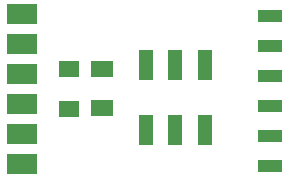
<source format=gbr>
%TF.GenerationSoftware,KiCad,Pcbnew,9.0.0*%
%TF.CreationDate,2025-03-04T01:13:20+05:30*%
%TF.ProjectId,UPDI-FTDI,55504449-2d46-4544-9449-2e6b69636164,rev?*%
%TF.SameCoordinates,Original*%
%TF.FileFunction,Paste,Top*%
%TF.FilePolarity,Positive*%
%FSLAX46Y46*%
G04 Gerber Fmt 4.6, Leading zero omitted, Abs format (unit mm)*
G04 Created by KiCad (PCBNEW 9.0.0) date 2025-03-04 01:13:20*
%MOMM*%
%LPD*%
G01*
G04 APERTURE LIST*
%ADD10R,1.900000X1.400000*%
%ADD11R,1.200000X2.500000*%
%ADD12R,1.700000X1.400000*%
%ADD13R,2.000000X1.000000*%
%ADD14R,2.500000X1.700000*%
G04 APERTURE END LIST*
D10*
%TO.C,D1*%
X113303780Y-48350000D03*
X113303780Y-51650000D03*
%TD*%
D11*
%TO.C,SW1*%
X122000000Y-48000000D03*
X119500000Y-48000000D03*
X117000000Y-48000000D03*
X122000000Y-53500000D03*
X119500000Y-53500000D03*
X117000000Y-53500000D03*
%TD*%
D12*
%TO.C,R1*%
X110500000Y-48300000D03*
X110500000Y-51700000D03*
%TD*%
D13*
%TO.C,J2*%
X127500000Y-43880000D03*
X127500000Y-46420000D03*
X127500000Y-48960000D03*
X127500000Y-51500000D03*
X127500000Y-54040000D03*
X127500000Y-56580000D03*
%TD*%
D14*
%TO.C,J1*%
X106500000Y-56350000D03*
X106500000Y-53810000D03*
X106500000Y-51270000D03*
X106500000Y-48730000D03*
X106500000Y-46190000D03*
X106500000Y-43650000D03*
%TD*%
M02*

</source>
